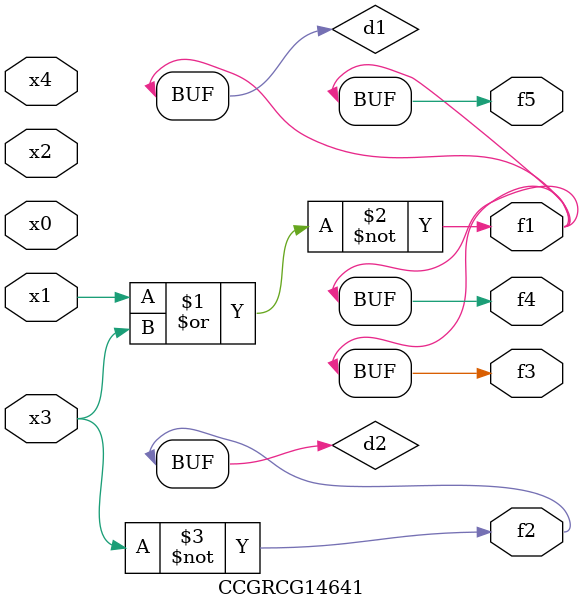
<source format=v>
module CCGRCG14641(
	input x0, x1, x2, x3, x4,
	output f1, f2, f3, f4, f5
);

	wire d1, d2;

	nor (d1, x1, x3);
	not (d2, x3);
	assign f1 = d1;
	assign f2 = d2;
	assign f3 = d1;
	assign f4 = d1;
	assign f5 = d1;
endmodule

</source>
